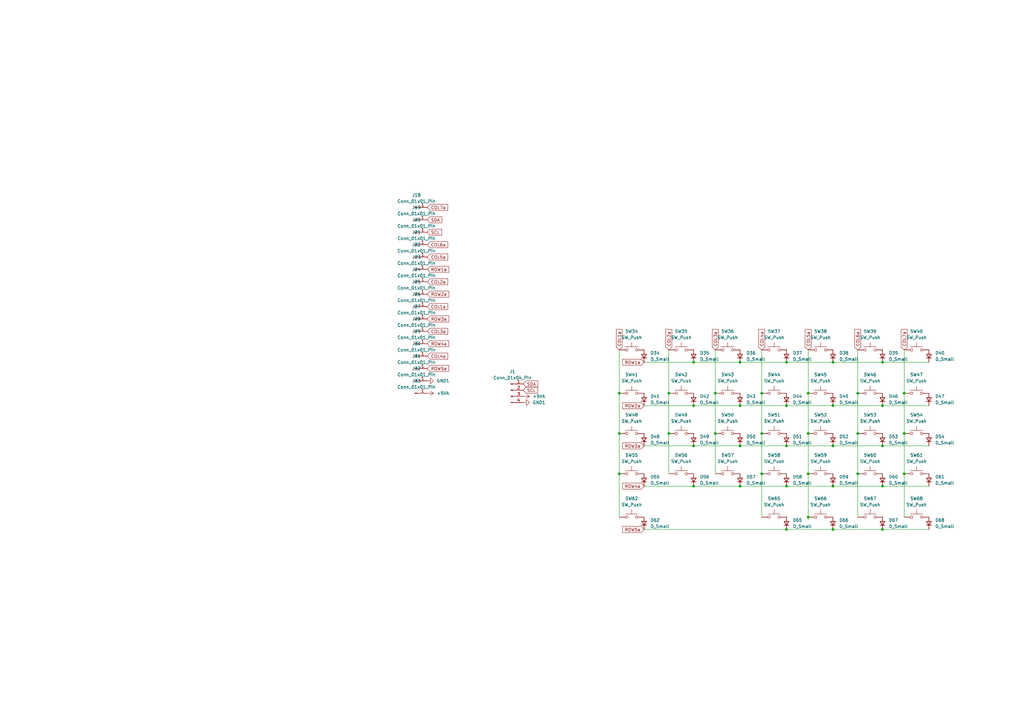
<source format=kicad_sch>
(kicad_sch (version 20250114) (generator "eeschema") (generator_version "9.0")
  (paper "A3")
  (lib_symbols
    (symbol "Connector:Conn_01x01_Pin" (pin_names (offset 1.016) (hide yes))
      (property "Reference" "J" (at 0 2.54 0))
      (property "Value" "Conn_01x01_Pin" (at 0 -2.54 0))
      (symbol "Conn_01x01_Pin_1_1"
        (rectangle (start 0.8636 0.127) (end 0 -0.127) (stroke (width 0.1524)) (fill (type outline)))
        (polyline (pts (xy 1.27 0) (xy 0.8636 0)) (stroke (width 0.1524)))
        (pin passive line (at 5.08 0 180) (length 3.81) (name "Pin_1") (number "1"))
      )
    )
    (symbol "Connector:Conn_01x04_Pin" (pin_names (offset 1.016) (hide yes))
      (property "Reference" "J" (at 0 5.08 0))
      (property "Value" "Conn_01x04_Pin" (at 0 -7.62 0))
      (symbol "Conn_01x04_Pin_1_1"
        (rectangle (start 0.8636 2.667) (end 0 2.413) (stroke (width 0.1524)) (fill (type outline)))
        (rectangle (start 0.8636 0.127) (end 0 -0.127) (stroke (width 0.1524)) (fill (type outline)))
        (rectangle (start 0.8636 -2.413) (end 0 -2.667) (stroke (width 0.1524)) (fill (type outline)))
        (rectangle (start 0.8636 -4.953) (end 0 -5.207) (stroke (width 0.1524)) (fill (type outline)))
        (polyline (pts (xy 1.27 2.54) (xy 0.8636 2.54)) (stroke (width 0.1524)))
        (polyline (pts (xy 1.27 0) (xy 0.8636 0)) (stroke (width 0.1524)))
        (polyline (pts (xy 1.27 -2.54) (xy 0.8636 -2.54)) (stroke (width 0.1524)))
        (polyline (pts (xy 1.27 -5.08) (xy 0.8636 -5.08)) (stroke (width 0.1524)))
        (pin passive line (at 5.08 2.54 180) (length 3.81) (name "Pin_1") (number "1"))
        (pin passive line (at 5.08 0 180) (length 3.81) (name "Pin_2") (number "2"))
        (pin passive line (at 5.08 -2.54 180) (length 3.81) (name "Pin_3") (number "3"))
        (pin passive line (at 5.08 -5.08 180) (length 3.81) (name "Pin_4") (number "4"))
      )
    )
    (symbol "Device:D_Small" (pin_numbers (hide yes)) (pin_names (offset 0.254) (hide yes))
      (property "Reference" "D" (at -1.27 2.032 0))
      (property "Value" "D_Small" (at -3.81 -2.032 0))
      (symbol "D_Small_0_1"
        (polyline (pts (xy -0.762 0) (xy 0.762 0)))
        (polyline (pts (xy -0.762 -1.016) (xy -0.762 1.016)) (stroke (width 0.254)))
        (polyline (pts (xy 0.762 -1.016) (xy -0.762 0) (xy 0.762 1.016) (xy 0.762 -1.016)) (stroke (width 0.254)))
      )
      (symbol "D_Small_1_1"
        (pin passive line (at -2.54 0 0) (length 1.778) (name "K") (number "1"))
        (pin passive line (at 2.54 0 180) (length 1.778) (name "A") (number "2"))
      )
    )
    (symbol "Switch:SW_Push" (pin_numbers (hide yes)) (pin_names (offset 1.016) (hide yes))
      (property "Reference" "SW" (at 1.27 2.54 0))
      (property "Value" "SW_Push" (at 0 -1.524 0))
      (symbol "SW_Push_0_1"
        (circle (center -2.032 0) (radius 0.508))
        (polyline (pts (xy 0 1.27) (xy 0 3.048)))
        (circle (center 2.032 0) (radius 0.508))
        (polyline (pts (xy 2.54 1.27) (xy -2.54 1.27)))
        (pin passive line (at -5.08 0 0) (length 2.54) (name "1") (number "1"))
        (pin passive line (at 5.08 0 180) (length 2.54) (name "2") (number "2"))
      )
    )
    (symbol "power:+5VA" (power) (pin_numbers (hide yes)) (pin_names (offset 0) (hide yes))
      (property "Value" "+5VA" (at 0 3.556 0))
      (symbol "+5VA_0_1"
        (polyline (pts (xy -0.762 1.27) (xy 0 2.54)))
        (polyline (pts (xy 0 2.54) (xy 0.762 1.27)))
        (polyline (pts (xy 0 0) (xy 0 2.54)))
      )
      (symbol "+5VA_1_1"
        (pin power_in line (at 0 0 90) (length 0) (name "~") (number "1"))
      )
    )
    (symbol "power:GND1" (power) (pin_numbers (hide yes)) (pin_names (offset 0) (hide yes))
      (property "Value" "GND1" (at 0 -3.81 0))
      (symbol "GND1_0_1"
        (polyline (pts (xy 0 0) (xy 0 -1.27) (xy 1.27 -1.27) (xy 0 -2.54) (xy -1.27 -1.27) (xy 0 -1.27)))
      )
      (symbol "GND1_1_1"
        (pin power_in line (at 0 0 270) (length 0) (name "~") (number "1"))
      )
    )
  )
  (junction (at 293.37 161.29))
  (junction (at 351.79 194.31))
  (junction (at 361.95 148.59))
  (junction (at 331.47 194.31))
  (junction (at 274.32 177.8))
  (junction (at 274.32 161.29))
  (junction (at 303.53 166.37))
  (junction (at 284.48 199.39))
  (junction (at 341.63 148.59))
  (junction (at 303.53 182.88))
  (junction (at 312.42 161.29))
  (junction (at 331.47 212.09))
  (junction (at 341.63 166.37))
  (junction (at 322.58 182.88))
  (junction (at 322.58 217.17))
  (junction (at 361.95 166.37))
  (junction (at 331.47 177.8))
  (junction (at 370.84 161.29))
  (junction (at 312.42 194.31))
  (junction (at 254 177.8))
  (junction (at 351.79 161.29))
  (junction (at 361.95 199.39))
  (junction (at 322.58 148.59))
  (junction (at 322.58 199.39))
  (junction (at 331.47 161.29))
  (junction (at 254 194.31))
  (junction (at 341.63 199.39))
  (junction (at 361.95 217.17))
  (junction (at 370.84 177.8))
  (junction (at 284.48 182.88))
  (junction (at 293.37 177.8))
  (junction (at 284.48 166.37))
  (junction (at 341.63 182.88))
  (junction (at 370.84 194.31))
  (junction (at 361.95 182.88))
  (junction (at 351.79 177.8))
  (junction (at 322.58 166.37))
  (junction (at 303.53 148.59))
  (junction (at 254 161.29))
  (junction (at 341.63 217.17))
  (junction (at 303.53 199.39))
  (junction (at 312.42 177.8))
  (junction (at 284.48 148.59))
  (wire (pts (xy 361.95 199.39) (xy 381 199.39)))
  (wire (pts (xy 264.16 199.39) (xy 284.48 199.39)))
  (wire (pts (xy 284.48 148.59) (xy 303.53 148.59)))
  (wire (pts (xy 264.16 166.37) (xy 284.48 166.37)))
  (wire (pts (xy 293.37 143.51) (xy 293.37 161.29)))
  (wire (pts (xy 370.84 177.8) (xy 370.84 194.31)))
  (wire (pts (xy 284.48 199.39) (xy 303.53 199.39)))
  (wire (pts (xy 284.48 182.88) (xy 303.53 182.88)))
  (wire (pts (xy 293.37 177.8) (xy 293.37 194.31)))
  (wire (pts (xy 361.95 182.88) (xy 381 182.88)))
  (wire (pts (xy 331.47 194.31) (xy 331.47 212.09)))
  (wire (pts (xy 322.58 148.59) (xy 341.63 148.59)))
  (wire (pts (xy 370.84 194.31) (xy 370.84 212.09)))
  (wire (pts (xy 341.63 182.88) (xy 361.95 182.88)))
  (wire (pts (xy 303.53 182.88) (xy 322.58 182.88)))
  (wire (pts (xy 312.42 143.51) (xy 312.42 161.29)))
  (wire (pts (xy 284.48 166.37) (xy 303.53 166.37)))
  (wire (pts (xy 254 161.29) (xy 254 177.8)))
  (wire (pts (xy 303.53 199.39) (xy 322.58 199.39)))
  (wire (pts (xy 303.53 148.59) (xy 322.58 148.59)))
  (wire (pts (xy 254 177.8) (xy 254 194.31)))
  (wire (pts (xy 254 143.51) (xy 254 161.29)))
  (wire (pts (xy 331.47 177.8) (xy 331.47 194.31)))
  (wire (pts (xy 361.95 166.37) (xy 381 166.37)))
  (wire (pts (xy 370.84 143.51) (xy 370.84 161.29)))
  (wire (pts (xy 303.53 166.37) (xy 322.58 166.37)))
  (wire (pts (xy 361.95 217.17) (xy 381 217.17)))
  (wire (pts (xy 293.37 161.29) (xy 293.37 177.8)))
  (wire (pts (xy 341.63 199.39) (xy 361.95 199.39)))
  (wire (pts (xy 312.42 161.29) (xy 312.42 177.8)))
  (wire (pts (xy 341.63 148.59) (xy 361.95 148.59)))
  (wire (pts (xy 264.16 217.17) (xy 322.58 217.17)))
  (wire (pts (xy 370.84 161.29) (xy 370.84 177.8)))
  (wire (pts (xy 322.58 182.88) (xy 341.63 182.88)))
  (wire (pts (xy 361.95 148.59) (xy 381 148.59)))
  (wire (pts (xy 322.58 217.17) (xy 341.63 217.17)))
  (wire (pts (xy 331.47 161.29) (xy 331.47 177.8)))
  (wire (pts (xy 331.47 212.09) (xy 331.47 213.36)))
  (wire (pts (xy 341.63 217.17) (xy 361.95 217.17)))
  (wire (pts (xy 264.16 182.88) (xy 284.48 182.88)))
  (wire (pts (xy 351.79 194.31) (xy 351.79 212.09)))
  (wire (pts (xy 322.58 166.37) (xy 341.63 166.37)))
  (wire (pts (xy 274.32 177.8) (xy 274.32 194.31)))
  (wire (pts (xy 312.42 177.8) (xy 312.42 194.31)))
  (wire (pts (xy 274.32 161.29) (xy 274.32 177.8)))
  (wire (pts (xy 264.16 148.59) (xy 284.48 148.59)))
  (wire (pts (xy 351.79 143.51) (xy 351.79 161.29)))
  (wire (pts (xy 254 194.31) (xy 254 212.09)))
  (wire (pts (xy 322.58 199.39) (xy 341.63 199.39)))
  (wire (pts (xy 351.79 161.29) (xy 351.79 177.8)))
  (wire (pts (xy 312.42 194.31) (xy 312.42 212.09)))
  (wire (pts (xy 274.32 143.51) (xy 274.32 161.29)))
  (wire (pts (xy 351.79 177.8) (xy 351.79 194.31)))
  (wire (pts (xy 341.63 166.37) (xy 361.95 166.37)))
  (wire (pts (xy 331.47 143.51) (xy 331.47 161.29)))
  (global_label "COL5a" (shape input) (at 331.47 143.51 90) (property "Intersheetrefs" "${INTERSHEET_REFS}" (effects (hide yes))))
  (global_label "ROW2a" (shape input) (at 175.26 120.65 0) (property "Intersheetrefs" "${INTERSHEET_REFS}" (effects (hide yes))))
  (global_label "COL1a" (shape input) (at 254 143.51 90) (property "Intersheetrefs" "${INTERSHEET_REFS}" (effects (hide yes))))
  (global_label "COL7a" (shape input) (at 370.84 143.51 90) (property "Intersheetrefs" "${INTERSHEET_REFS}" (effects (hide yes))))
  (global_label "COL4a" (shape input) (at 175.26 146.05 0) (property "Intersheetrefs" "${INTERSHEET_REFS}" (effects (hide yes))))
  (global_label "ROW3a" (shape input) (at 264.16 182.88 180) (property "Intersheetrefs" "${INTERSHEET_REFS}" (effects (hide yes))))
  (global_label "COL4a" (shape input) (at 312.42 143.51 90) (property "Intersheetrefs" "${INTERSHEET_REFS}" (effects (hide yes))))
  (global_label "ROW3a" (shape input) (at 175.26 130.81 0) (property "Intersheetrefs" "${INTERSHEET_REFS}" (effects (hide yes))))
  (global_label "SDA" (shape input) (at 175.26 90.17 0) (property "Intersheetrefs" "${INTERSHEET_REFS}" (effects (hide yes))))
  (global_label "COL3a" (shape input) (at 175.26 135.89 0) (property "Intersheetrefs" "${INTERSHEET_REFS}" (effects (hide yes))))
  (global_label "COL3a" (shape input) (at 293.37 143.51 90) (property "Intersheetrefs" "${INTERSHEET_REFS}" (effects (hide yes))))
  (global_label "SCL" (shape input) (at 175.26 95.25 0) (property "Intersheetrefs" "${INTERSHEET_REFS}" (effects (hide yes))))
  (global_label "ROW2a" (shape input) (at 264.16 166.37 180) (property "Intersheetrefs" "${INTERSHEET_REFS}" (effects (hide yes))))
  (global_label "ROW1a" (shape input) (at 264.16 148.59 180) (property "Intersheetrefs" "${INTERSHEET_REFS}" (effects (hide yes))))
  (global_label "ROW5a" (shape input) (at 175.26 151.13 0) (property "Intersheetrefs" "${INTERSHEET_REFS}" (effects (hide yes))))
  (global_label "COL6a" (shape input) (at 351.79 143.51 90) (property "Intersheetrefs" "${INTERSHEET_REFS}" (effects (hide yes))))
  (global_label "COL2a" (shape input) (at 175.26 115.57 0) (property "Intersheetrefs" "${INTERSHEET_REFS}" (effects (hide yes))))
  (global_label "ROW4a" (shape input) (at 264.16 199.39 180) (property "Intersheetrefs" "${INTERSHEET_REFS}" (effects (hide yes))))
  (global_label "ROW1a" (shape input) (at 175.26 110.49 0) (property "Intersheetrefs" "${INTERSHEET_REFS}" (effects (hide yes))))
  (global_label "COL2a" (shape input) (at 274.32 143.51 90) (property "Intersheetrefs" "${INTERSHEET_REFS}" (effects (hide yes))))
  (global_label "COL6a" (shape input) (at 175.26 100.33 0) (property "Intersheetrefs" "${INTERSHEET_REFS}" (effects (hide yes))))
  (global_label "ROW4a" (shape input) (at 175.26 140.97 0) (property "Intersheetrefs" "${INTERSHEET_REFS}" (effects (hide yes))))
  (global_label "SCL" (shape input) (at 214.63 160.02 0) (property "Intersheetrefs" "${INTERSHEET_REFS}" (effects (hide yes))))
  (global_label "COL1a" (shape input) (at 175.26 125.73 0) (property "Intersheetrefs" "${INTERSHEET_REFS}" (effects (hide yes))))
  (global_label "COL5a" (shape input) (at 175.26 105.41 0) (property "Intersheetrefs" "${INTERSHEET_REFS}" (effects (hide yes))))
  (global_label "ROW5a" (shape input) (at 264.16 217.17 180) (property "Intersheetrefs" "${INTERSHEET_REFS}" (effects (hide yes))))
  (global_label "SDA" (shape input) (at 214.63 157.48 0) (property "Intersheetrefs" "${INTERSHEET_REFS}" (effects (hide yes))))
  (global_label "COL7a" (shape input) (at 175.26 85.09 0) (property "Intersheetrefs" "${INTERSHEET_REFS}" (effects (hide yes))))
  (symbol (lib_id "Device:D_Small") (at 381 180.34 90) (unit 1)
    (property "Reference" "D54" (at 383.54 179.0699 90) (effects (justify right)))
    (property "Value" "D_Small" (at 383.54 181.6099 90) (effects (justify right)))
    (property "Footprint" "Diode_THT:D_DO-35_SOD27_P7.62mm_Horizontal" (effects (hide yes)))
    (property "Description" "Diode, small symbol" (effects (hide yes)))
    (property "Sim.Device" "D" (effects (hide yes)))
    (property "Sim.Pins" "1=K 2=A" (effects (hide yes)))
  )
  (symbol (lib_id "power:GND1") (at 175.26 156.21 90) (unit 1)
    (property "Reference" "#PWR06" (effects (hide yes)))
    (property "Value" "GND1" (at 179.07 156.2099 90) (effects (justify right)))
    (property "Description" "Power symbol creates a global label with name \"GND1\" , ground" (effects (hide yes)))
  )
  (symbol (lib_id "Connector:Conn_01x01_Pin") (at 170.18 146.05 0) (unit 1)
    (property "Reference" "J30" (at 170.815 140.97 0))
    (property "Value" "Conn_01x01_Pin" (at 170.815 143.51 0))
    (property "Footprint" "TestPoint:TestPoint_Pad_3.0x3.0mm" (effects (hide yes)))
    (property "Description" "Generic connector, single row, 01x01, script generated" (effects (hide yes)))
  )
  (symbol (lib_id "Device:D_Small") (at 341.63 180.34 90) (unit 1)
    (property "Reference" "D52" (at 344.17 179.0699 90) (effects (justify right)))
    (property "Value" "D_Small" (at 344.17 181.6099 90) (effects (justify right)))
    (property "Footprint" "Diode_THT:D_DO-35_SOD27_P7.62mm_Horizontal" (effects (hide yes)))
    (property "Description" "Diode, small symbol" (effects (hide yes)))
    (property "Sim.Device" "D" (effects (hide yes)))
    (property "Sim.Pins" "1=K 2=A" (effects (hide yes)))
  )
  (symbol (lib_id "Device:D_Small") (at 322.58 180.34 90) (unit 1)
    (property "Reference" "D51" (at 325.12 179.0699 90) (effects (justify right)))
    (property "Value" "D_Small" (at 325.12 181.6099 90) (effects (justify right)))
    (property "Footprint" "Diode_THT:D_DO-35_SOD27_P7.62mm_Horizontal" (effects (hide yes)))
    (property "Description" "Diode, small symbol" (effects (hide yes)))
    (property "Sim.Device" "D" (effects (hide yes)))
    (property "Sim.Pins" "1=K 2=A" (effects (hide yes)))
  )
  (symbol (lib_id "Device:D_Small") (at 284.48 196.85 90) (unit 1)
    (property "Reference" "D56" (at 287.02 195.5799 90) (effects (justify right)))
    (property "Value" "D_Small" (at 287.02 198.1199 90) (effects (justify right)))
    (property "Footprint" "Diode_THT:D_DO-35_SOD27_P7.62mm_Horizontal" (effects (hide yes)))
    (property "Description" "Diode, small symbol" (effects (hide yes)))
    (property "Sim.Device" "D" (effects (hide yes)))
    (property "Sim.Pins" "1=K 2=A" (effects (hide yes)))
  )
  (symbol (lib_id "Device:D_Small") (at 361.95 214.63 90) (unit 1)
    (property "Reference" "D67" (at 364.49 213.3599 90) (effects (justify right)))
    (property "Value" "D_Small" (at 364.49 215.8999 90) (effects (justify right)))
    (property "Footprint" "Diode_THT:D_DO-35_SOD27_P7.62mm_Horizontal" (effects (hide yes)))
    (property "Description" "Diode, small symbol" (effects (hide yes)))
    (property "Sim.Device" "D" (effects (hide yes)))
    (property "Sim.Pins" "1=K 2=A" (effects (hide yes)))
  )
  (symbol (lib_id "Switch:SW_Push") (at 375.92 194.31 0) (unit 1)
    (property "Reference" "SW61" (at 375.92 186.69 0))
    (property "Value" "SW_Push" (at 375.92 189.23 0))
    (property "Footprint" "Button_Switch_Keyboard:SW_Cherry_MX_1.00u_PCB" (effects (hide yes)))
    (property "Description" "Push button switch, generic, two pins" (effects (hide yes)))
  )
  (symbol (lib_id "Device:D_Small") (at 361.95 180.34 90) (unit 1)
    (property "Reference" "D53" (at 364.49 179.0699 90) (effects (justify right)))
    (property "Value" "D_Small" (at 364.49 181.6099 90) (effects (justify right)))
    (property "Footprint" "Diode_THT:D_DO-35_SOD27_P7.62mm_Horizontal" (effects (hide yes)))
    (property "Description" "Diode, small symbol" (effects (hide yes)))
    (property "Sim.Device" "D" (effects (hide yes)))
    (property "Sim.Pins" "1=K 2=A" (effects (hide yes)))
  )
  (symbol (lib_id "Connector:Conn_01x01_Pin") (at 170.18 140.97 0) (unit 1)
    (property "Reference" "J29" (at 170.815 135.89 0))
    (property "Value" "Conn_01x01_Pin" (at 170.815 138.43 0))
    (property "Footprint" "TestPoint:TestPoint_Pad_3.0x3.0mm" (effects (hide yes)))
    (property "Description" "Generic connector, single row, 01x01, script generated" (effects (hide yes)))
  )
  (symbol (lib_id "Device:D_Small") (at 381 163.83 90) (unit 1)
    (property "Reference" "D47" (at 383.54 162.5599 90) (effects (justify right)))
    (property "Value" "D_Small" (at 383.54 165.0999 90) (effects (justify right)))
    (property "Footprint" "Diode_THT:D_DO-35_SOD27_P7.62mm_Horizontal" (effects (hide yes)))
    (property "Description" "Diode, small symbol" (effects (hide yes)))
    (property "Sim.Device" "D" (effects (hide yes)))
    (property "Sim.Pins" "1=K 2=A" (effects (hide yes)))
  )
  (symbol (lib_id "Connector:Conn_01x01_Pin") (at 170.18 161.29 0) (unit 1)
    (property "Reference" "J33" (at 170.815 156.21 0))
    (property "Value" "Conn_01x01_Pin" (at 170.815 158.75 0))
    (property "Footprint" "TestPoint:TestPoint_Pad_3.0x3.0mm" (effects (hide yes)))
    (property "Description" "Generic connector, single row, 01x01, script generated" (effects (hide yes)))
  )
  (symbol (lib_id "Device:D_Small") (at 284.48 146.05 90) (unit 1)
    (property "Reference" "D35" (at 287.02 144.7799 90) (effects (justify right)))
    (property "Value" "D_Small" (at 287.02 147.3199 90) (effects (justify right)))
    (property "Footprint" "Diode_THT:D_DO-35_SOD27_P7.62mm_Horizontal" (effects (hide yes)))
    (property "Description" "Diode, small symbol" (effects (hide yes)))
    (property "Sim.Device" "D" (effects (hide yes)))
    (property "Sim.Pins" "1=K 2=A" (effects (hide yes)))
  )
  (symbol (lib_id "Switch:SW_Push") (at 298.45 143.51 0) (unit 1)
    (property "Reference" "SW36" (at 298.45 135.89 0))
    (property "Value" "SW_Push" (at 298.45 138.43 0))
    (property "Footprint" "Button_Switch_Keyboard:SW_Cherry_MX_1.00u_PCB" (effects (hide yes)))
    (property "Description" "Push button switch, generic, two pins" (effects (hide yes)))
  )
  (symbol (lib_id "Connector:Conn_01x01_Pin") (at 170.18 115.57 0) (unit 1)
    (property "Reference" "J24" (at 170.815 110.49 0))
    (property "Value" "Conn_01x01_Pin" (at 170.815 113.03 0))
    (property "Footprint" "TestPoint:TestPoint_Pad_3.0x3.0mm" (effects (hide yes)))
    (property "Description" "Generic connector, single row, 01x01, script generated" (effects (hide yes)))
  )
  (symbol (lib_id "Device:D_Small") (at 381 214.63 90) (unit 1)
    (property "Reference" "D68" (at 383.54 213.3599 90) (effects (justify right)))
    (property "Value" "D_Small" (at 383.54 215.8999 90) (effects (justify right)))
    (property "Footprint" "Diode_THT:D_DO-35_SOD27_P7.62mm_Horizontal" (effects (hide yes)))
    (property "Description" "Diode, small symbol" (effects (hide yes)))
    (property "Sim.Device" "D" (effects (hide yes)))
    (property "Sim.Pins" "1=K 2=A" (effects (hide yes)))
  )
  (symbol (lib_id "Connector:Conn_01x01_Pin") (at 170.18 130.81 0) (unit 1)
    (property "Reference" "J27" (at 170.815 125.73 0))
    (property "Value" "Conn_01x01_Pin" (at 170.815 128.27 0))
    (property "Footprint" "TestPoint:TestPoint_Pad_3.0x3.0mm" (effects (hide yes)))
    (property "Description" "Generic connector, single row, 01x01, script generated" (effects (hide yes)))
  )
  (symbol (lib_id "Switch:SW_Push") (at 317.5 143.51 0) (unit 1)
    (property "Reference" "SW37" (at 317.5 135.89 0))
    (property "Value" "SW_Push" (at 317.5 138.43 0))
    (property "Footprint" "Button_Switch_Keyboard:SW_Cherry_MX_1.00u_PCB" (effects (hide yes)))
    (property "Description" "Push button switch, generic, two pins" (effects (hide yes)))
  )
  (symbol (lib_id "Device:D_Small") (at 322.58 146.05 90) (unit 1)
    (property "Reference" "D37" (at 325.12 144.7799 90) (effects (justify right)))
    (property "Value" "D_Small" (at 325.12 147.3199 90) (effects (justify right)))
    (property "Footprint" "Diode_THT:D_DO-35_SOD27_P7.62mm_Horizontal" (effects (hide yes)))
    (property "Description" "Diode, small symbol" (effects (hide yes)))
    (property "Sim.Device" "D" (effects (hide yes)))
    (property "Sim.Pins" "1=K 2=A" (effects (hide yes)))
  )
  (symbol (lib_id "Connector:Conn_01x01_Pin") (at 170.18 151.13 0) (unit 1)
    (property "Reference" "J31" (at 170.815 146.05 0))
    (property "Value" "Conn_01x01_Pin" (at 170.815 148.59 0))
    (property "Footprint" "TestPoint:TestPoint_Pad_3.0x3.0mm" (effects (hide yes)))
    (property "Description" "Generic connector, single row, 01x01, script generated" (effects (hide yes)))
  )
  (symbol (lib_id "Connector:Conn_01x01_Pin") (at 170.18 135.89 0) (unit 1)
    (property "Reference" "J28" (at 170.815 130.81 0))
    (property "Value" "Conn_01x01_Pin" (at 170.815 133.35 0))
    (property "Footprint" "TestPoint:TestPoint_Pad_3.0x3.0mm" (effects (hide yes)))
    (property "Description" "Generic connector, single row, 01x01, script generated" (effects (hide yes)))
  )
  (symbol (lib_id "Device:D_Small") (at 303.53 180.34 90) (unit 1)
    (property "Reference" "D50" (at 306.07 179.0699 90) (effects (justify right)))
    (property "Value" "D_Small" (at 306.07 181.6099 90) (effects (justify right)))
    (property "Footprint" "Diode_THT:D_DO-35_SOD27_P7.62mm_Horizontal" (effects (hide yes)))
    (property "Description" "Diode, small symbol" (effects (hide yes)))
    (property "Sim.Device" "D" (effects (hide yes)))
    (property "Sim.Pins" "1=K 2=A" (effects (hide yes)))
  )
  (symbol (lib_id "Switch:SW_Push") (at 298.45 177.8 0) (unit 1)
    (property "Reference" "SW50" (at 298.45 170.18 0))
    (property "Value" "SW_Push" (at 298.45 172.72 0))
    (property "Footprint" "Button_Switch_Keyboard:SW_Cherry_MX_1.00u_PCB" (effects (hide yes)))
    (property "Description" "Push button switch, generic, two pins" (effects (hide yes)))
  )
  (symbol (lib_id "power:+5VA") (at 214.63 162.56 270) (unit 1)
    (property "Reference" "#PWR09" (effects (hide yes)))
    (property "Value" "+5VA" (at 218.44 162.5599 90) (effects (justify left)))
    (property "Description" "Power symbol creates a global label with name \"+5VA\"" (effects (hide yes)))
  )
  (symbol (lib_id "Switch:SW_Push") (at 317.5 212.09 0) (unit 1)
    (property "Reference" "SW65" (at 317.5 204.47 0))
    (property "Value" "SW_Push" (at 317.5 207.01 0))
    (property "Footprint" "Button_Switch_Keyboard:SW_Cherry_MX_1.00u_PCB" (effects (hide yes)))
    (property "Description" "Push button switch, generic, two pins" (effects (hide yes)))
  )
  (symbol (lib_id "Switch:SW_Push") (at 279.4 177.8 0) (unit 1)
    (property "Reference" "SW49" (at 279.4 170.18 0))
    (property "Value" "SW_Push" (at 279.4 172.72 0))
    (property "Footprint" "Button_Switch_Keyboard:SW_Cherry_MX_1.00u_PCB" (effects (hide yes)))
    (property "Description" "Push button switch, generic, two pins" (effects (hide yes)))
  )
  (symbol (lib_id "Switch:SW_Push") (at 356.87 177.8 0) (unit 1)
    (property "Reference" "SW53" (at 356.87 170.18 0))
    (property "Value" "SW_Push" (at 356.87 172.72 0))
    (property "Footprint" "Button_Switch_Keyboard:SW_Cherry_MX_1.00u_PCB" (effects (hide yes)))
    (property "Description" "Push button switch, generic, two pins" (effects (hide yes)))
  )
  (symbol (lib_id "Switch:SW_Push") (at 336.55 212.09 0) (unit 1)
    (property "Reference" "SW66" (at 336.55 204.47 0))
    (property "Value" "SW_Push" (at 336.55 207.01 0))
    (property "Footprint" "Button_Switch_Keyboard:SW_Cherry_MX_1.00u_PCB" (effects (hide yes)))
    (property "Description" "Push button switch, generic, two pins" (effects (hide yes)))
  )
  (symbol (lib_id "Device:D_Small") (at 264.16 163.83 90) (unit 1)
    (property "Reference" "D41" (at 266.7 162.5599 90) (effects (justify right)))
    (property "Value" "D_Small" (at 266.7 165.0999 90) (effects (justify right)))
    (property "Footprint" "Diode_THT:D_DO-35_SOD27_P7.62mm_Horizontal" (effects (hide yes)))
    (property "Description" "Diode, small symbol" (effects (hide yes)))
    (property "Sim.Device" "D" (effects (hide yes)))
    (property "Sim.Pins" "1=K 2=A" (effects (hide yes)))
  )
  (symbol (lib_id "Device:D_Small") (at 284.48 180.34 90) (unit 1)
    (property "Reference" "D49" (at 287.02 179.0699 90) (effects (justify right)))
    (property "Value" "D_Small" (at 287.02 181.6099 90) (effects (justify right)))
    (property "Footprint" "Diode_THT:D_DO-35_SOD27_P7.62mm_Horizontal" (effects (hide yes)))
    (property "Description" "Diode, small symbol" (effects (hide yes)))
    (property "Sim.Device" "D" (effects (hide yes)))
    (property "Sim.Pins" "1=K 2=A" (effects (hide yes)))
  )
  (symbol (lib_id "Device:D_Small") (at 303.53 163.83 90) (unit 1)
    (property "Reference" "D43" (at 306.07 162.5599 90) (effects (justify right)))
    (property "Value" "D_Small" (at 306.07 165.0999 90) (effects (justify right)))
    (property "Footprint" "Diode_THT:D_DO-35_SOD27_P7.62mm_Horizontal" (effects (hide yes)))
    (property "Description" "Diode, small symbol" (effects (hide yes)))
    (property "Sim.Device" "D" (effects (hide yes)))
    (property "Sim.Pins" "1=K 2=A" (effects (hide yes)))
  )
  (symbol (lib_id "Switch:SW_Push") (at 259.08 212.09 0) (unit 1)
    (property "Reference" "SW62" (at 259.08 204.47 0))
    (property "Value" "SW_Push" (at 259.08 207.01 0))
    (property "Footprint" "Button_Switch_Keyboard:SW_Cherry_MX_2.00u_PCB" (effects (hide yes)))
    (property "Description" "Push button switch, generic, two pins" (effects (hide yes)))
  )
  (symbol (lib_id "Device:D_Small") (at 322.58 163.83 90) (unit 1)
    (property "Reference" "D44" (at 325.12 162.5599 90) (effects (justify right)))
    (property "Value" "D_Small" (at 325.12 165.0999 90) (effects (justify right)))
    (property "Footprint" "Diode_THT:D_DO-35_SOD27_P7.62mm_Horizontal" (effects (hide yes)))
    (property "Description" "Diode, small symbol" (effects (hide yes)))
    (property "Sim.Device" "D" (effects (hide yes)))
    (property "Sim.Pins" "1=K 2=A" (effects (hide yes)))
  )
  (symbol (lib_id "Connector:Conn_01x01_Pin") (at 170.18 95.25 0) (unit 1)
    (property "Reference" "J20" (at 170.815 90.17 0))
    (property "Value" "Conn_01x01_Pin" (at 170.815 92.71 0))
    (property "Footprint" "TestPoint:TestPoint_Pad_3.0x3.0mm" (effects (hide yes)))
    (property "Description" "Generic connector, single row, 01x01, script generated" (effects (hide yes)))
  )
  (symbol (lib_id "Switch:SW_Push") (at 298.45 194.31 0) (unit 1)
    (property "Reference" "SW57" (at 298.45 186.69 0))
    (property "Value" "SW_Push" (at 298.45 189.23 0))
    (property "Footprint" "Button_Switch_Keyboard:SW_Cherry_MX_1.00u_PCB" (effects (hide yes)))
    (property "Description" "Push button switch, generic, two pins" (effects (hide yes)))
  )
  (symbol (lib_id "Connector:Conn_01x01_Pin") (at 170.18 105.41 0) (unit 1)
    (property "Reference" "J22" (at 170.815 100.33 0))
    (property "Value" "Conn_01x01_Pin" (at 170.815 102.87 0))
    (property "Footprint" "TestPoint:TestPoint_Pad_3.0x3.0mm" (effects (hide yes)))
    (property "Description" "Generic connector, single row, 01x01, script generated" (effects (hide yes)))
  )
  (symbol (lib_id "Device:D_Small") (at 322.58 214.63 90) (unit 1)
    (property "Reference" "D65" (at 325.12 213.3599 90) (effects (justify right)))
    (property "Value" "D_Small" (at 325.12 215.8999 90) (effects (justify right)))
    (property "Footprint" "Diode_THT:D_DO-35_SOD27_P7.62mm_Horizontal" (effects (hide yes)))
    (property "Description" "Diode, small symbol" (effects (hide yes)))
    (property "Sim.Device" "D" (effects (hide yes)))
    (property "Sim.Pins" "1=K 2=A" (effects (hide yes)))
  )
  (symbol (lib_id "Switch:SW_Push") (at 336.55 177.8 0) (unit 1)
    (property "Reference" "SW52" (at 336.55 170.18 0))
    (property "Value" "SW_Push" (at 336.55 172.72 0))
    (property "Footprint" "Button_Switch_Keyboard:SW_Cherry_MX_1.00u_PCB" (effects (hide yes)))
    (property "Description" "Push button switch, generic, two pins" (effects (hide yes)))
  )
  (symbol (lib_id "Device:D_Small") (at 284.48 163.83 90) (unit 1)
    (property "Reference" "D42" (at 287.02 162.5599 90) (effects (justify right)))
    (property "Value" "D_Small" (at 287.02 165.0999 90) (effects (justify right)))
    (property "Footprint" "Diode_THT:D_DO-35_SOD27_P7.62mm_Horizontal" (effects (hide yes)))
    (property "Description" "Diode, small symbol" (effects (hide yes)))
    (property "Sim.Device" "D" (effects (hide yes)))
    (property "Sim.Pins" "1=K 2=A" (effects (hide yes)))
  )
  (symbol (lib_id "power:GND1") (at 214.63 165.1 90) (unit 1)
    (property "Reference" "#PWR08" (effects (hide yes)))
    (property "Value" "GND1" (at 218.44 165.0999 90) (effects (justify right)))
    (property "Description" "Power symbol creates a global label with name \"GND1\" , ground" (effects (hide yes)))
  )
  (symbol (lib_id "Device:D_Small") (at 381 196.85 90) (unit 1)
    (property "Reference" "D61" (at 383.54 195.5799 90) (effects (justify right)))
    (property "Value" "D_Small" (at 383.54 198.1199 90) (effects (justify right)))
    (property "Footprint" "Diode_THT:D_DO-35_SOD27_P7.62mm_Horizontal" (effects (hide yes)))
    (property "Description" "Diode, small symbol" (effects (hide yes)))
    (property "Sim.Device" "D" (effects (hide yes)))
    (property "Sim.Pins" "1=K 2=A" (effects (hide yes)))
  )
  (symbol (lib_id "Device:D_Small") (at 341.63 196.85 90) (unit 1)
    (property "Reference" "D59" (at 344.17 195.5799 90) (effects (justify right)))
    (property "Value" "D_Small" (at 344.17 198.1199 90) (effects (justify right)))
    (property "Footprint" "Diode_THT:D_DO-35_SOD27_P7.62mm_Horizontal" (effects (hide yes)))
    (property "Description" "Diode, small symbol" (effects (hide yes)))
    (property "Sim.Device" "D" (effects (hide yes)))
    (property "Sim.Pins" "1=K 2=A" (effects (hide yes)))
  )
  (symbol (lib_id "Device:D_Small") (at 264.16 180.34 90) (unit 1)
    (property "Reference" "D48" (at 266.7 179.0699 90) (effects (justify right)))
    (property "Value" "D_Small" (at 266.7 181.6099 90) (effects (justify right)))
    (property "Footprint" "Diode_THT:D_DO-35_SOD27_P7.62mm_Horizontal" (effects (hide yes)))
    (property "Description" "Diode, small symbol" (effects (hide yes)))
    (property "Sim.Device" "D" (effects (hide yes)))
    (property "Sim.Pins" "1=K 2=A" (effects (hide yes)))
  )
  (symbol (lib_id "Switch:SW_Push") (at 317.5 161.29 0) (unit 1)
    (property "Reference" "SW44" (at 317.5 153.67 0))
    (property "Value" "SW_Push" (at 317.5 156.21 0))
    (property "Footprint" "Button_Switch_Keyboard:SW_Cherry_MX_1.00u_PCB" (effects (hide yes)))
    (property "Description" "Push button switch, generic, two pins" (effects (hide yes)))
  )
  (symbol (lib_id "Device:D_Small") (at 303.53 196.85 90) (unit 1)
    (property "Reference" "D57" (at 306.07 195.5799 90) (effects (justify right)))
    (property "Value" "D_Small" (at 306.07 198.1199 90) (effects (justify right)))
    (property "Footprint" "Diode_THT:D_DO-35_SOD27_P7.62mm_Horizontal" (effects (hide yes)))
    (property "Description" "Diode, small symbol" (effects (hide yes)))
    (property "Sim.Device" "D" (effects (hide yes)))
    (property "Sim.Pins" "1=K 2=A" (effects (hide yes)))
  )
  (symbol (lib_id "Device:D_Small") (at 264.16 214.63 90) (unit 1)
    (property "Reference" "D62" (at 266.7 213.3599 90) (effects (justify right)))
    (property "Value" "D_Small" (at 266.7 215.8999 90) (effects (justify right)))
    (property "Footprint" "Diode_THT:D_DO-35_SOD27_P7.62mm_Horizontal" (effects (hide yes)))
    (property "Description" "Diode, small symbol" (effects (hide yes)))
    (property "Sim.Device" "D" (effects (hide yes)))
    (property "Sim.Pins" "1=K 2=A" (effects (hide yes)))
  )
  (symbol (lib_id "Connector:Conn_01x01_Pin") (at 170.18 156.21 0) (unit 1)
    (property "Reference" "J32" (at 170.815 151.13 0))
    (property "Value" "Conn_01x01_Pin" (at 170.815 153.67 0))
    (property "Footprint" "TestPoint:TestPoint_Pad_3.0x3.0mm" (effects (hide yes)))
    (property "Description" "Generic connector, single row, 01x01, script generated" (effects (hide yes)))
  )
  (symbol (lib_id "Switch:SW_Push") (at 259.08 177.8 0) (unit 1)
    (property "Reference" "SW48" (at 259.08 170.18 0))
    (property "Value" "SW_Push" (at 259.08 172.72 0))
    (property "Footprint" "Button_Switch_Keyboard:SW_Cherry_MX_1.00u_PCB" (effects (hide yes)))
    (property "Description" "Push button switch, generic, two pins" (effects (hide yes)))
  )
  (symbol (lib_id "Device:D_Small") (at 381 146.05 90) (unit 1)
    (property "Reference" "D40" (at 383.54 144.7799 90) (effects (justify right)))
    (property "Value" "D_Small" (at 383.54 147.3199 90) (effects (justify right)))
    (property "Footprint" "Diode_THT:D_DO-35_SOD27_P7.62mm_Horizontal" (effects (hide yes)))
    (property "Description" "Diode, small symbol" (effects (hide yes)))
    (property "Sim.Device" "D" (effects (hide yes)))
    (property "Sim.Pins" "1=K 2=A" (effects (hide yes)))
  )
  (symbol (lib_id "Switch:SW_Push") (at 279.4 161.29 0) (unit 1)
    (property "Reference" "SW42" (at 279.4 153.67 0))
    (property "Value" "SW_Push" (at 279.4 156.21 0))
    (property "Footprint" "Button_Switch_Keyboard:SW_Cherry_MX_1.00u_PCB" (effects (hide yes)))
    (property "Description" "Push button switch, generic, two pins" (effects (hide yes)))
  )
  (symbol (lib_id "Switch:SW_Push") (at 356.87 161.29 0) (unit 1)
    (property "Reference" "SW46" (at 356.87 153.67 0))
    (property "Value" "SW_Push" (at 356.87 156.21 0))
    (property "Footprint" "Button_Switch_Keyboard:SW_Cherry_MX_1.00u_PCB" (effects (hide yes)))
    (property "Description" "Push button switch, generic, two pins" (effects (hide yes)))
  )
  (symbol (lib_id "Connector:Conn_01x01_Pin") (at 170.18 85.09 0) (unit 1)
    (property "Reference" "J18" (at 170.815 80.01 0))
    (property "Value" "Conn_01x01_Pin" (at 170.815 82.55 0))
    (property "Footprint" "TestPoint:TestPoint_Pad_3.0x3.0mm" (effects (hide yes)))
    (property "Description" "Generic connector, single row, 01x01, script generated" (effects (hide yes)))
  )
  (symbol (lib_id "Switch:SW_Push") (at 259.08 194.31 0) (unit 1)
    (property "Reference" "SW55" (at 259.08 186.69 0))
    (property "Value" "SW_Push" (at 259.08 189.23 0))
    (property "Footprint" "Button_Switch_Keyboard:SW_Cherry_MX_1.00u_PCB" (effects (hide yes)))
    (property "Description" "Push button switch, generic, two pins" (effects (hide yes)))
  )
  (symbol (lib_id "Switch:SW_Push") (at 356.87 212.09 0) (unit 1)
    (property "Reference" "SW67" (at 356.87 204.47 0))
    (property "Value" "SW_Push" (at 356.87 207.01 0))
    (property "Footprint" "Button_Switch_Keyboard:SW_Cherry_MX_1.00u_PCB" (effects (hide yes)))
    (property "Description" "Push button switch, generic, two pins" (effects (hide yes)))
  )
  (symbol (lib_id "Device:D_Small") (at 303.53 146.05 90) (unit 1)
    (property "Reference" "D36" (at 306.07 144.7799 90) (effects (justify right)))
    (property "Value" "D_Small" (at 306.07 147.3199 90) (effects (justify right)))
    (property "Footprint" "Diode_THT:D_DO-35_SOD27_P7.62mm_Horizontal" (effects (hide yes)))
    (property "Description" "Diode, small symbol" (effects (hide yes)))
    (property "Sim.Device" "D" (effects (hide yes)))
    (property "Sim.Pins" "1=K 2=A" (effects (hide yes)))
  )
  (symbol (lib_id "Switch:SW_Push") (at 279.4 143.51 0) (unit 1)
    (property "Reference" "SW35" (at 279.4 135.89 0))
    (property "Value" "SW_Push" (at 279.4 138.43 0))
    (property "Footprint" "Button_Switch_Keyboard:SW_Cherry_MX_1.00u_PCB" (effects (hide yes)))
    (property "Description" "Push button switch, generic, two pins" (effects (hide yes)))
  )
  (symbol (lib_id "Device:D_Small") (at 322.58 196.85 90) (unit 1)
    (property "Reference" "D58" (at 325.12 195.5799 90) (effects (justify right)))
    (property "Value" "D_Small" (at 325.12 198.1199 90) (effects (justify right)))
    (property "Footprint" "Diode_THT:D_DO-35_SOD27_P7.62mm_Horizontal" (effects (hide yes)))
    (property "Description" "Diode, small symbol" (effects (hide yes)))
    (property "Sim.Device" "D" (effects (hide yes)))
    (property "Sim.Pins" "1=K 2=A" (effects (hide yes)))
  )
  (symbol (lib_id "Switch:SW_Push") (at 375.92 212.09 0) (unit 1)
    (property "Reference" "SW68" (at 375.92 204.47 0))
    (property "Value" "SW_Push" (at 375.92 207.01 0))
    (property "Footprint" "Button_Switch_Keyboard:SW_Cherry_MX_1.00u_PCB" (effects (hide yes)))
    (property "Description" "Push button switch, generic, two pins" (effects (hide yes)))
  )
  (symbol (lib_id "power:+5VA") (at 175.26 161.29 270) (unit 1)
    (property "Reference" "#PWR07" (effects (hide yes)))
    (property "Value" "+5VA" (at 179.07 161.2899 90) (effects (justify left)))
    (property "Description" "Power symbol creates a global label with name \"+5VA\"" (effects (hide yes)))
  )
  (symbol (lib_id "Switch:SW_Push") (at 356.87 143.51 0) (unit 1)
    (property "Reference" "SW39" (at 356.87 135.89 0))
    (property "Value" "SW_Push" (at 356.87 138.43 0))
    (property "Footprint" "Button_Switch_Keyboard:SW_Cherry_MX_1.00u_PCB" (effects (hide yes)))
    (property "Description" "Push button switch, generic, two pins" (effects (hide yes)))
  )
  (symbol (lib_id "Device:D_Small") (at 361.95 146.05 90) (unit 1)
    (property "Reference" "D39" (at 364.49 144.7799 90) (effects (justify right)))
    (property "Value" "D_Small" (at 364.49 147.3199 90) (effects (justify right)))
    (property "Footprint" "Diode_THT:D_DO-35_SOD27_P7.62mm_Horizontal" (effects (hide yes)))
    (property "Description" "Diode, small symbol" (effects (hide yes)))
    (property "Sim.Device" "D" (effects (hide yes)))
    (property "Sim.Pins" "1=K 2=A" (effects (hide yes)))
  )
  (symbol (lib_id "Switch:SW_Push") (at 336.55 161.29 0) (unit 1)
    (property "Reference" "SW45" (at 336.55 153.67 0))
    (property "Value" "SW_Push" (at 336.55 156.21 0))
    (property "Footprint" "Button_Switch_Keyboard:SW_Cherry_MX_1.00u_PCB" (effects (hide yes)))
    (property "Description" "Push button switch, generic, two pins" (effects (hide yes)))
  )
  (symbol (lib_id "Device:D_Small") (at 264.16 196.85 90) (unit 1)
    (property "Reference" "D55" (at 266.7 195.5799 90) (effects (justify right)))
    (property "Value" "D_Small" (at 266.7 198.1199 90) (effects (justify right)))
    (property "Footprint" "Diode_THT:D_DO-35_SOD27_P7.62mm_Horizontal" (effects (hide yes)))
    (property "Description" "Diode, small symbol" (effects (hide yes)))
    (property "Sim.Device" "D" (effects (hide yes)))
    (property "Sim.Pins" "1=K 2=A" (effects (hide yes)))
  )
  (symbol (lib_id "Device:D_Small") (at 361.95 163.83 90) (unit 1)
    (property "Reference" "D46" (at 364.49 162.5599 90) (effects (justify right)))
    (property "Value" "D_Small" (at 364.49 165.0999 90) (effects (justify right)))
    (property "Footprint" "Diode_THT:D_DO-35_SOD27_P7.62mm_Horizontal" (effects (hide yes)))
    (property "Description" "Diode, small symbol" (effects (hide yes)))
    (property "Sim.Device" "D" (effects (hide yes)))
    (property "Sim.Pins" "1=K 2=A" (effects (hide yes)))
  )
  (symbol (lib_id "Connector:Conn_01x01_Pin") (at 170.18 90.17 0) (unit 1)
    (property "Reference" "J19" (at 170.815 85.09 0))
    (property "Value" "Conn_01x01_Pin" (at 170.815 87.63 0))
    (property "Footprint" "TestPoint:TestPoint_Pad_3.0x3.0mm" (effects (hide yes)))
    (property "Description" "Generic connector, single row, 01x01, script generated" (effects (hide yes)))
  )
  (symbol (lib_id "Switch:SW_Push") (at 317.5 177.8 0) (unit 1)
    (property "Reference" "SW51" (at 317.5 170.18 0))
    (property "Value" "SW_Push" (at 317.5 172.72 0))
    (property "Footprint" "Button_Switch_Keyboard:SW_Cherry_MX_1.00u_PCB" (effects (hide yes)))
    (property "Description" "Push button switch, generic, two pins" (effects (hide yes)))
  )
  (symbol (lib_id "Switch:SW_Push") (at 259.08 161.29 0) (unit 1)
    (property "Reference" "SW41" (at 259.08 153.67 0))
    (property "Value" "SW_Push" (at 259.08 156.21 0))
    (property "Footprint" "Button_Switch_Keyboard:SW_Cherry_MX_1.00u_PCB" (effects (hide yes)))
    (property "Description" "Push button switch, generic, two pins" (effects (hide yes)))
  )
  (symbol (lib_id "Device:D_Small") (at 341.63 146.05 90) (unit 1)
    (property "Reference" "D38" (at 344.17 144.7799 90) (effects (justify right)))
    (property "Value" "D_Small" (at 344.17 147.3199 90) (effects (justify right)))
    (property "Footprint" "Diode_THT:D_DO-35_SOD27_P7.62mm_Horizontal" (effects (hide yes)))
    (property "Description" "Diode, small symbol" (effects (hide yes)))
    (property "Sim.Device" "D" (effects (hide yes)))
    (property "Sim.Pins" "1=K 2=A" (effects (hide yes)))
  )
  (symbol (lib_id "Connector:Conn_01x01_Pin") (at 170.18 100.33 0) (unit 1)
    (property "Reference" "J21" (at 170.815 95.25 0))
    (property "Value" "Conn_01x01_Pin" (at 170.815 97.79 0))
    (property "Footprint" "TestPoint:TestPoint_Pad_3.0x3.0mm" (effects (hide yes)))
    (property "Description" "Generic connector, single row, 01x01, script generated" (effects (hide yes)))
  )
  (symbol (lib_id "Device:D_Small") (at 264.16 146.05 90) (unit 1)
    (property "Reference" "D34" (at 266.7 144.7799 90) (effects (justify right)))
    (property "Value" "D_Small" (at 266.7 147.3199 90) (effects (justify right)))
    (property "Footprint" "Diode_THT:D_DO-35_SOD27_P7.62mm_Horizontal" (effects (hide yes)))
    (property "Description" "Diode, small symbol" (effects (hide yes)))
    (property "Sim.Device" "D" (effects (hide yes)))
    (property "Sim.Pins" "1=K 2=A" (effects (hide yes)))
  )
  (symbol (lib_id "Device:D_Small") (at 341.63 214.63 90) (unit 1)
    (property "Reference" "D66" (at 344.17 213.3599 90) (effects (justify right)))
    (property "Value" "D_Small" (at 344.17 215.8999 90) (effects (justify right)))
    (property "Footprint" "Diode_THT:D_DO-35_SOD27_P7.62mm_Horizontal" (effects (hide yes)))
    (property "Description" "Diode, small symbol" (effects (hide yes)))
    (property "Sim.Device" "D" (effects (hide yes)))
    (property "Sim.Pins" "1=K 2=A" (effects (hide yes)))
  )
  (symbol (lib_id "Switch:SW_Push") (at 356.87 194.31 0) (unit 1)
    (property "Reference" "SW60" (at 356.87 186.69 0))
    (property "Value" "SW_Push" (at 356.87 189.23 0))
    (property "Footprint" "Button_Switch_Keyboard:SW_Cherry_MX_1.00u_PCB" (effects (hide yes)))
    (property "Description" "Push button switch, generic, two pins" (effects (hide yes)))
  )
  (symbol (lib_id "Connector:Conn_01x01_Pin") (at 170.18 120.65 0) (unit 1)
    (property "Reference" "J25" (at 170.815 115.57 0))
    (property "Value" "Conn_01x01_Pin" (at 170.815 118.11 0))
    (property "Footprint" "TestPoint:TestPoint_Pad_3.0x3.0mm" (effects (hide yes)))
    (property "Description" "Generic connector, single row, 01x01, script generated" (effects (hide yes)))
  )
  (symbol (lib_id "Device:D_Small") (at 341.63 163.83 90) (unit 1)
    (property "Reference" "D45" (at 344.17 162.5599 90) (effects (justify right)))
    (property "Value" "D_Small" (at 344.17 165.0999 90) (effects (justify right)))
    (property "Footprint" "Diode_THT:D_DO-35_SOD27_P7.62mm_Horizontal" (effects (hide yes)))
    (property "Description" "Diode, small symbol" (effects (hide yes)))
    (property "Sim.Device" "D" (effects (hide yes)))
    (property "Sim.Pins" "1=K 2=A" (effects (hide yes)))
  )
  (symbol (lib_id "Switch:SW_Push") (at 375.92 177.8 0) (unit 1)
    (property "Reference" "SW54" (at 375.92 170.18 0))
    (property "Value" "SW_Push" (at 375.92 172.72 0))
    (property "Footprint" "Button_Switch_Keyboard:SW_Cherry_MX_1.00u_PCB" (effects (hide yes)))
    (property "Description" "Push button switch, generic, two pins" (effects (hide yes)))
  )
  (symbol (lib_id "Switch:SW_Push") (at 259.08 143.51 0) (unit 1)
    (property "Reference" "SW34" (at 259.08 135.89 0))
    (property "Value" "SW_Push" (at 259.08 138.43 0))
    (property "Footprint" "Button_Switch_Keyboard:SW_Cherry_MX_1.00u_PCB" (effects (hide yes)))
    (property "Description" "Push button switch, generic, two pins" (effects (hide yes)))
  )
  (symbol (lib_id "Connector:Conn_01x01_Pin") (at 170.18 125.73 0) (unit 1)
    (property "Reference" "J26" (at 170.815 120.65 0))
    (property "Value" "Conn_01x01_Pin" (at 170.815 123.19 0))
    (property "Footprint" "TestPoint:TestPoint_Pad_3.0x3.0mm" (effects (hide yes)))
    (property "Description" "Generic connector, single row, 01x01, script generated" (effects (hide yes)))
  )
  (symbol (lib_id "Switch:SW_Push") (at 317.5 194.31 0) (unit 1)
    (property "Reference" "SW58" (at 317.5 186.69 0))
    (property "Value" "SW_Push" (at 317.5 189.23 0))
    (property "Footprint" "Button_Switch_Keyboard:SW_Cherry_MX_1.00u_PCB" (effects (hide yes)))
    (property "Description" "Push button switch, generic, two pins" (effects (hide yes)))
  )
  (symbol (lib_id "Device:D_Small") (at 361.95 196.85 90) (unit 1)
    (property "Reference" "D60" (at 364.49 195.5799 90) (effects (justify right)))
    (property "Value" "D_Small" (at 364.49 198.1199 90) (effects (justify right)))
    (property "Footprint" "Diode_THT:D_DO-35_SOD27_P7.62mm_Horizontal" (effects (hide yes)))
    (property "Description" "Diode, small symbol" (effects (hide yes)))
    (property "Sim.Device" "D" (effects (hide yes)))
    (property "Sim.Pins" "1=K 2=A" (effects (hide yes)))
  )
  (symbol (lib_id "Switch:SW_Push") (at 298.45 161.29 0) (unit 1)
    (property "Reference" "SW43" (at 298.45 153.67 0))
    (property "Value" "SW_Push" (at 298.45 156.21 0))
    (property "Footprint" "Button_Switch_Keyboard:SW_Cherry_MX_1.00u_PCB" (effects (hide yes)))
    (property "Description" "Push button switch, generic, two pins" (effects (hide yes)))
  )
  (symbol (lib_id "Switch:SW_Push") (at 279.4 194.31 0) (unit 1)
    (property "Reference" "SW56" (at 279.4 186.69 0))
    (property "Value" "SW_Push" (at 279.4 189.23 0))
    (property "Footprint" "Button_Switch_Keyboard:SW_Cherry_MX_1.00u_PCB" (effects (hide yes)))
    (property "Description" "Push button switch, generic, two pins" (effects (hide yes)))
  )
  (symbol (lib_id "Connector:Conn_01x01_Pin") (at 170.18 110.49 0) (unit 1)
    (property "Reference" "J23" (at 170.815 105.41 0))
    (property "Value" "Conn_01x01_Pin" (at 170.815 107.95 0))
    (property "Footprint" "TestPoint:TestPoint_Pad_3.0x3.0mm" (effects (hide yes)))
    (property "Description" "Generic connector, single row, 01x01, script generated" (effects (hide yes)))
  )
  (symbol (lib_id "Switch:SW_Push") (at 336.55 194.31 0) (unit 1)
    (property "Reference" "SW59" (at 336.55 186.69 0))
    (property "Value" "SW_Push" (at 336.55 189.23 0))
    (property "Footprint" "Button_Switch_Keyboard:SW_Cherry_MX_1.00u_PCB" (effects (hide yes)))
    (property "Description" "Push button switch, generic, two pins" (effects (hide yes)))
  )
  (symbol (lib_id "Switch:SW_Push") (at 375.92 143.51 0) (unit 1)
    (property "Reference" "SW40" (at 375.92 135.89 0))
    (property "Value" "SW_Push" (at 375.92 138.43 0))
    (property "Footprint" "Button_Switch_Keyboard:SW_Cherry_MX_1.00u_PCB" (effects (hide yes)))
    (property "Description" "Push button switch, generic, two pins" (effects (hide yes)))
  )
  (symbol (lib_id "Switch:SW_Push") (at 375.92 161.29 0) (unit 1)
    (property "Reference" "SW47" (at 375.92 153.67 0))
    (property "Value" "SW_Push" (at 375.92 156.21 0))
    (property "Footprint" "Button_Switch_Keyboard:SW_Cherry_MX_1.00u_PCB" (effects (hide yes)))
    (property "Description" "Push button switch, generic, two pins" (effects (hide yes)))
  )
  (symbol (lib_id "Connector:Conn_01x04_Pin") (at 209.55 160.02 0) (unit 1)
    (property "Reference" "J1" (at 210.185 152.4 0))
    (property "Value" "Conn_01x04_Pin" (at 210.185 154.94 0))
    (property "Footprint" "Connector_PinSocket_2.54mm:PinSocket_1x04_P2.54mm_Vertical" (effects (hide yes)))
    (property "Description" "Generic connector, single row, 01x04, script generated" (effects (hide yes)))
  )
  (symbol (lib_id "Switch:SW_Push") (at 336.55 143.51 0) (unit 1)
    (property "Reference" "SW38" (at 336.55 135.89 0))
    (property "Value" "SW_Push" (at 336.55 138.43 0))
    (property "Footprint" "Button_Switch_Keyboard:SW_Cherry_MX_1.00u_PCB" (effects (hide yes)))
    (property "Description" "Push button switch, generic, two pins" (effects (hide yes)))
  )
)
</source>
